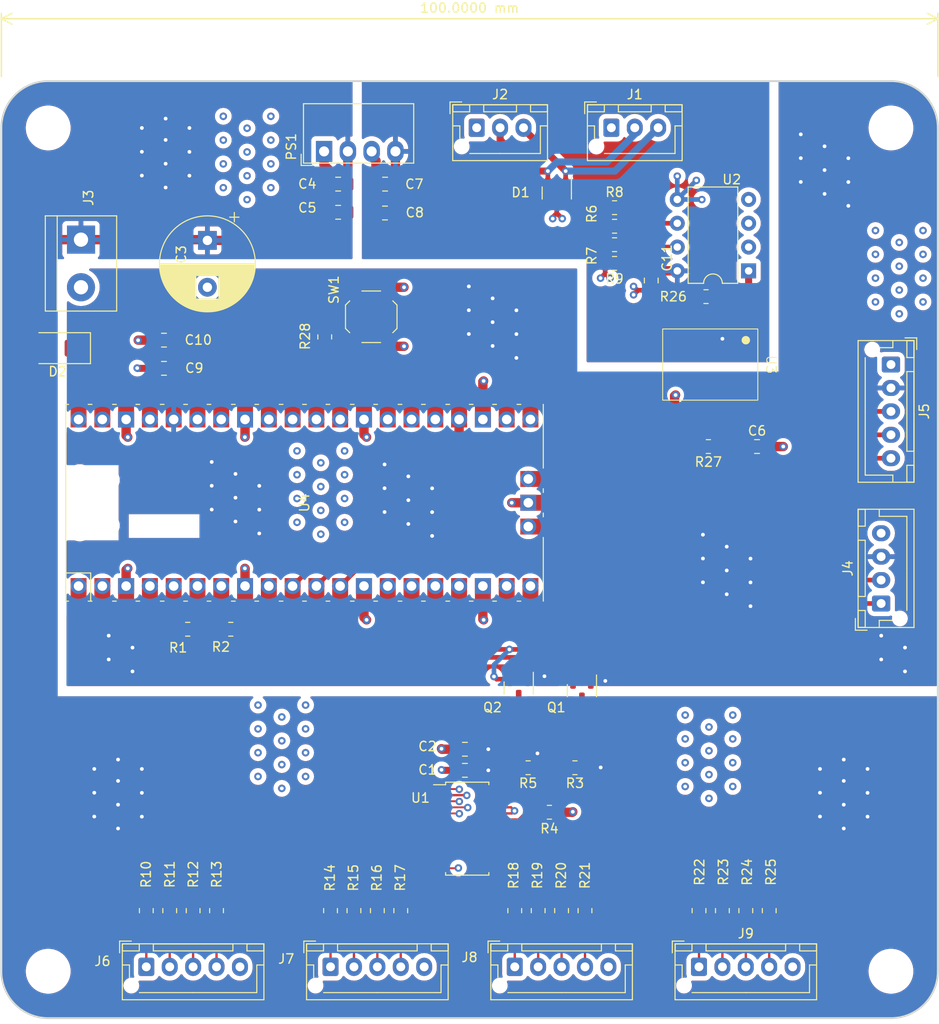
<source format=kicad_pcb>
(kicad_pcb (version 20221018) (generator pcbnew)
  (layers (0 "F.Cu" mixed) (1 "In1.Cu" power) (2 "In2.Cu" power) (31 "B.Cu" mixed) (34 "B.Paste" user) (35 "F.Paste" user) (36 "B.SilkS" user "B.Silkscreen") (37 "F.SilkS" user "F.Silkscreen") (38 "B.Mask" user) (39 "F.Mask" user) (44 "Edge.Cuts" user))
  (net 0 "")
  (net 1 "+3.3V")
  (net 2 "GND")
  (net 3 "+5V")
  (net 4 "+5VA")
  (net 5 "GNDA")
  (net 6 "DMX_negative{slash}cold")
  (net 7 "DMX_positive{slash}hot")
  (net 8 "I2C0_SDA")
  (net 9 "I2C0_SCL")
  (net 10 "Encoder SW")
  (net 11 "Encoder DT")
  (net 12 "Encoder CLK")
  (net 13 "OUT0")
  (net 14 "OUT1")
  (net 15 "OUT2")
  (net 16 "OUT3")
  (net 17 "OUT4")
  (net 18 "OUT5")
  (net 19 "OUT6")
  (net 20 "OUT7")
  (net 21 "OUT8")
  (net 22 "OUT9")
  (net 23 "OUT10")
  (net 24 "OUT11")
  (net 25 "OUT12")
  (net 26 "OUT13")
  (net 27 "OUT14")
  (net 28 "OUT15")
  (net 29 "Net-(Q1-D)")
  (net 30 "Net-(Q2-D)")
  (net 31 "Net-(U1-~{OE})")
  (net 32 "Net-(U2-A)")
  (net 33 "Net-(U2-B)")
  (net 34 "Net-(U1-LED0)")
  (net 35 "Net-(U1-LED1)")
  (net 36 "Net-(U1-LED2)")
  (net 37 "Net-(U1-LED3)")
  (net 38 "Net-(U1-LED4)")
  (net 39 "Net-(U1-LED5)")
  (net 40 "Net-(U1-LED6)")
  (net 41 "Net-(U1-LED7)")
  (net 42 "Net-(U1-LED8)")
  (net 43 "Net-(U1-LED9)")
  (net 44 "Net-(U1-LED10)")
  (net 45 "Net-(U1-LED11)")
  (net 46 "Net-(U1-LED12)")
  (net 47 "Net-(U1-LED13)")
  (net 48 "Net-(U1-LED14)")
  (net 49 "Net-(U1-LED15)")
  (net 50 "Net-(U3-C)")
  (net 51 "Net-(U2-R)")
  (net 52 "DMX_signal")
  (net 53 "RESET")
  (net 82 "Net-(D2-K)")
  (footprint "Connector_JST:JST_XH_B4B-XH-AM_1x04_P2.50mm_Vertical" (layer "F.Cu") (at 193.95 115.75 90)
    (fp_text reference "J4")
    (fp_text value "Display")
  )
  (footprint "Capacitor_SMD:C_0805_2012Metric_Pad1.18x1.45mm_HandSolder" (layer "F.Cu") (at 117.3625 90.655 180)
    (fp_text reference "C9")
    (fp_text value "100nF")
  )
  (footprint "Resistor_SMD:R_0805_2012Metric_Pad1.20x1.40mm_HandSolder" (layer "F.Cu") (at 140.15 148.53125 -90)
    (fp_text reference "R16")
    (fp_text value "220Ω" hide)
  )
  (footprint "Connector_JST:JST_XH_B5B-XH-AM_1x05_P2.50mm_Vertical" (layer "F.Cu") (at 195 90.25 -90)
    (fp_text reference "J5")
    (fp_text value "Rotary encoder")
  )
  (footprint "Connector_JST:JST_XH_B5B-XH-AM_1x05_P2.50mm_Vertical" (layer "F.Cu") (at 174.5 154.53125)
    (fp_text reference "J9")
    (fp_text value "Output block 4")
  )
  (footprint "Resistor_SMD:R_0805_2012Metric_Pad1.20x1.40mm_HandSolder" (layer "F.Cu") (at 158.525 138.03125)
    (fp_text reference "R4")
    (fp_text value "10kΩ")
  )
  (footprint "Resistor_SMD:R_0805_2012Metric_Pad1.20x1.40mm_HandSolder" (layer "F.Cu") (at 117.975 148.53125 -90)
    (fp_text reference "R11")
    (fp_text value "220Ω" hide)
  )
  (footprint "Resistor_SMD:R_0805_2012Metric_Pad1.20x1.40mm_HandSolder" (layer "F.Cu") (at 157.325 148.53125 -90)
    (fp_text reference "R19")
    (fp_text value "220Ω" hide)
  )
  (footprint "MountingHole:MountingHole_4.3mm_M4_ISO7380" (layer "F.Cu") (at 105 65)
    (fp_text reference "H1" hide)
    (fp_text value "MountingHole")
  )
  (footprint "Resistor_SMD:R_0805_2012Metric_Pad1.20x1.40mm_HandSolder" (layer "F.Cu") (at 182 148.53125 -90)
    (fp_text reference "R25")
    (fp_text value "220Ω")
  )
  (footprint "Resistor_SMD:R_0805_2012Metric_Pad1.20x1.40mm_HandSolder" (layer "F.Cu") (at 177 148.53125 -90)
    (fp_text reference "R23")
    (fp_text value "220Ω" hide)
  )
  (footprint "Capacitor_SMD:C_0805_2012Metric_Pad1.18x1.45mm_HandSolder" (layer "F.Cu") (at 169.399416 81.28 -90)
    (fp_text reference "C11")
    (fp_text value "100nF")
  )
  (footprint "Capacitor_SMD:C_0805_2012Metric_Pad1.18x1.45mm_HandSolder" (layer "F.Cu") (at 135.963227 74 180)
    (fp_text reference "C5")
    (fp_text value "1μF")
  )
  (footprint "Resistor_SMD:R_0805_2012Metric_Pad1.20x1.40mm_HandSolder" (layer "F.Cu") (at 159.825 148.53125 -90)
    (fp_text reference "R20")
    (fp_text value "220Ω" hide)
  )
  (footprint "Resistor_SMD:R_0805_2012Metric_Pad1.20x1.40mm_HandSolder" (layer "F.Cu") (at 119.9 118.5)
    (fp_text reference "R1")
    (fp_text value "10kΩ" hide)
  )
  (footprint "Resistor_SMD:R_0805_2012Metric_Pad1.20x1.40mm_HandSolder" (layer "F.Cu") (at 174.5 148.53125 -90)
    (fp_text reference "R22")
    (fp_text value "220Ω" hide)
  )
  (footprint "Resistor_SMD:R_0805_2012Metric_Pad1.20x1.40mm_HandSolder" (layer "F.Cu") (at 165.481 75.4888)
    (fp_text reference "R6")
    (fp_text value "0Ω")
  )
  (footprint "Resistor_SMD:R_0805_2012Metric_Pad1.20x1.40mm_HandSolder" (layer "F.Cu") (at 165.481 73.5076)
    (fp_text reference "R8")
    (fp_text value "680Ω")
  )
  (footprint "Package_TO_SOT_SMD:SOT-23" (layer "F.Cu") (at 159.31 71.9375 -90)
    (fp_text reference "D1")
    (fp_text value "SM712_SOT23" hide)
  )
  (footprint "Capacitor_SMD:C_0805_2012Metric_Pad1.18x1.45mm_HandSolder" (layer "F.Cu") (at 180.7 99)
    (fp_text reference "C6")
    (fp_text value "100nF")
  )
  (footprint "Resistor_SMD:R_0805_2012Metric_Pad1.20x1.40mm_HandSolder" (layer "F.Cu") (at 162.325 148.53125 -90)
    (fp_text reference "R21")
    (fp_text value "220Ω")
  )
  (footprint "Resistor_SMD:R_0805_2012Metric_Pad1.20x1.40mm_HandSolder" (layer "F.Cu") (at 156.25 133.28125 180)
    (fp_text reference "R5")
    (fp_text value "10kΩ")
  )
  (footprint "Resistor_SMD:R_0805_2012Metric_Pad1.20x1.40mm_HandSolder" (layer "F.Cu") (at 165.481 77.456014)
    (fp_text reference "R7")
    (fp_text value "0Ω")
  )
  (footprint "Resistor_SMD:R_0805_2012Metric_Pad1.20x1.40mm_HandSolder" (layer "F.Cu") (at 142.65 148.53125 -90)
    (fp_text reference "R17")
    (fp_text value "220Ω" hide)
  )
  (footprint "Resistor_SMD:R_0805_2012Metric_Pad1.20x1.40mm_HandSolder" (layer "F.Cu") (at 134.53 87.3 -90)
    (fp_text reference "R28")
    (fp_text value "10kΩ")
  )
  (footprint "Capacitor_THT:CP_Radial_D10.0mm_P5.00mm" (layer "F.Cu") (at 122 77 -90)
    (fp_text reference "C3")
    (fp_text value "1000μF")
  )
  (footprint "Capacitor_SMD:C_0805_2012Metric_Pad1.18x1.45mm_HandSolder" (layer "F.Cu") (at 149.5 133.55625 180)
    (fp_text reference "C1")
    (fp_text value "100nF")
  )
  (footprint "TerminalBlock:TerminalBlock_bornier-2_P5.08mm" (layer "F.Cu") (at 108.5 76.92 -90)
    (fp_text reference "J3")
    (fp_text value "Power connector")
  )
  (footprint "Resistor_SMD:R_0805_2012Metric_Pad1.20x1.40mm_HandSolder" (layer "F.Cu") (at 175.5 99 180)
    (fp_text reference "R27")
    (fp_text value "330Ω")
  )
  (footprint "Connector_JST:JST_XH_B5B-XH-AM_1x05_P2.50mm_Vertical" (layer "F.Cu") (at 135.15 154.53125)
    (fp_text reference "J7")
    (fp_text value "Output block 2")
  )
  (footprint "Capacitor_SMD:C_0805_2012Metric_Pad1.18x1.45mm_HandSolder" (layer "F.Cu") (at 149.5 131.30625 180)
    (fp_text reference "C2")
    (fp_text value "1μF")
  )
  (footprint "Connector_JST:JST_XH_B5B-XH-AM_1x05_P2.50mm_Vertical" (layer "F.Cu") (at 154.825 154.53125)
    (fp_text reference "J8")
    (fp_text value "Output block 3")
  )
  (footprint "Connector_JST:JST_XH_B3B-XH-AM_1x03_P2.50mm_Vertical" (layer "F.Cu") (at 150.76 64.975)
    (fp_text reference "J2")
    (fp_text value "To_XLR3")
  )
  (footprint "Resistor_SMD:R_0805_2012Metric_Pad1.20x1.40mm_HandSolder" (layer "F.Cu") (at 154.825 148.53125 -90)
    (fp_text reference "R18")
    (fp_text value "220Ω" hide)
  )
  (footprint "Resistor_SMD:R_0805_2012Metric_Pad1.20x1.40mm_HandSolder" (layer "F.Cu") (at 124.5 118.5 180)
    (fp_text reference "R2")
    (fp_text value "10kΩ" hide)
  )
  (footprint "Connector_JST:JST_XH_B5B-XH-AM_1x05_P2.50mm_Vertical" (layer "F.Cu") (at 115.475 154.53125)
    (fp_text reference "J6")
    (fp_text value "Output block 1")
  )
  (footprint "Capacitor_SMD:C_0805_2012Metric_Pad1.18x1.45mm_HandSolder" (layer "F.Cu") (at 140.978298 70.993615 180)
    (fp_text reference "C7")
    (fp_text value "1μF")
  )
  (footprint "Package_TO_SOT_SMD:SOT-23" (layer "F.Cu") (at 155.2448 124.7648 -90)
    (fp_text reference "Q2")
    (fp_text value "BSS138" hide)
  )
  (footprint "RPi_Pico:RPi_Pico_SMD_TH" (layer "F.Cu") (at 132.37 105 90)
    (fp_text reference "U4")
    (fp_text value "Pico")
  )
  (footprint "Resistor_SMD:R_0805_2012Metric_Pad1.20x1.40mm_HandSolder" (layer "F.Cu") (at 161.25 133.28125 180)
    (fp_text reference "R3")
    (fp_text value "10kΩ")
  )
  (footprint "Resistor_SMD:R_0805_2012Metric_Pad1.20x1.40mm_HandSolder" (layer "F.Cu") (at 137.65 148.53125 -90)
    (fp_text reference "R15")
    (fp_text value "220Ω" hide)
  )
  (footprint "MountingHole:MountingHole_4.3mm_M4_ISO7380" (layer "F.Cu") (at 195 155)
    (fp_text reference "H4" hide)
    (fp_text value "MountingHole")
  )
  (footprint "Package_SO:TSSOP-28_4.4x9.7mm_P0.65mm" (layer "F.Cu") (at 149.75 139.78125)
    (fp_text reference "U1")
    (fp_text value "PCA9685PW")
  )
  (footprint "Resistor_SMD:R_0805_2012Metric_Pad1.20x1.40mm_HandSolder" (layer "F.Cu") (at 135.15 148.53125 -90)
    (fp_text reference "R14")
    (fp_text value "220Ω")
  )
  (footprint "Capacitor_SMD:C_0805_2012Metric_Pad1.18x1.45mm_HandSolder" (layer "F.Cu") (at 140.9625 74.074242 180)
    (fp_text reference "C8")
    (fp_text value "100nF")
  )
  (footprint "Button_Switch_SMD:SW_SPST_TL3342" (layer "F.Cu") (at 139.5 85.15 90)
    (fp_text reference "SW1")
    (fp_text value "Reset")
  )
  (footprint "Diode_SMD:D_SMA" (layer "F.Cu") (at 106 88.5 180)
    (fp_text reference "D2")
    (fp_text value "C211752 M7")
  )
  (footprint "Resistor_SMD:R_0805_2012Metric_Pad1.20x1.40mm_HandSolder" (layer "F.Cu") (at 120.475 148.53125 -90)
    (fp_text reference "R12")
    (fp_text value "220Ω" hide)
  )
  (footprint "Capacitor_SMD:C_0805_2012Metric_Pad1.18x1.45mm_HandSolder" (layer "F.Cu") (at 117.3625 87.645 180)
    (fp_text reference "C10")
    (fp_text value "1μF")
  )
  (footprint "Connector_JST:JST_XH_B3B-XH-AM_1x03_P2.50mm_Vertical" (layer "F.Cu") (at 165.14 64.975)
    (fp_text reference "J1")
    (fp_text value "To_XLR3")
  )
  (footprint "Resistor_SMD:R_0805_2012Metric_Pad1.20x1.40mm_HandSolder" (layer "F.Cu") (at 115.475 148.53125 -90)
    (fp_text reference "R10")
    (fp_text value "220Ω")
  )
  (footprint "Capacitor_SMD:C_0805_2012Metric_Pad1.18x1.45mm_HandSolder" (layer "F.Cu") (at 135.963227 70.993615 180)
    (fp_text reference "C4")
    (fp_text value "100nF")
  )
  (footprint "Package_DIP:DIP-8_W7.62mm" (layer "F.Cu") (at 179.8 80.25 180)
    (fp_text reference "U2")
    (fp_text value "SN65HVD11HD")
  )
  (footprint "Resistor_SMD:R_0805_2012Metric_Pad1.20x1.40mm_HandSolder" (layer "F.Cu") (at 165.481 79.4512 180)
    (fp_text reference "R9")
    (fp_text value "680Ω")
  )
  (footprint "Converter_DCDC:Converter_DCDC_Murata_MEE1SxxxxSC_THT" (layer "F.Cu") (at 134.460727 67.5 90)
    (fp_text reference "PS1")
    (fp_text value "MEE1S0505SC")
  )
  (footprint "Resistor_SMD:R_0805_2012Metric_Pad1.20x1.40mm_HandSolder" (layer "F.Cu") (at 179.5 148.53125 -90)
    (fp_text reference "R24")
    (fp_text value "220Ω" hide)
  )
  (footprint "MountingHole:MountingHole_4.3mm_M4_ISO7380" (layer "F.Cu") (at 105 155)
    (fp_text reference "H3" hide)
    (fp_text value "MountingHole")
  )
  (footprint "DMX_servo_controller_hardware:6N137-X007T" (layer "F.Cu") (at 175.7 90.25 -90)
    (fp_text reference "U3")
    (fp_text value "6N137")
  )
  (footprint "MountingHole:MountingHole_4.3mm_M4_ISO7380" (layer "F.Cu") (at 195 65)
    (fp_text reference "H2" hide)
    (fp_text value "MountingHole")
  )
  (footprint "Resistor_SMD:R_0805_2012Metric_Pad1.20x1.40mm_HandSolder" (layer "F.Cu") (at 175.25 83)
    (fp_text reference "R26")
    (fp_text value "470Ω")
  )
  (footprint "Resistor_SMD:R_0805_2012Metric_Pad1.20x1.40mm_HandSolder" (layer "F.Cu") (at 122.975 148.53125 -90)
    (fp_text reference "R13")
    (fp_text value "220Ω" hide)
  )
  (footprint "Package_TO_SOT_SMD:SOT-23" (layer "F.Cu") (at 161.9948 125.0523 -90)
    (fp_text reference "Q1")
    (fp_text value "BSS138" hide)
  )
  (gr_arc (start 200 155) (mid 198.535534 158.535533) (end 195 160) (stroke (width 0.2)) (layer "Edge.Cuts"))
  (gr_line (start 105 60) (end 195 60) (stroke (width 0.2)) (layer "Edge.Cuts"))
  (gr_line (start 200 65) (end 200 155) (stroke (width 0.2)) (layer "Edge.Cuts"))
  (gr_arc (start 105 160) (mid 101.464467 158.535534) (end 100 155) (stroke (width 0.2)) (layer "Edge.Cuts"))
  (gr_arc (start 100 65) (mid 101.464466 61.464467) (end 105 60) (stroke (width 0.2)) (layer "Edge.Cuts"))
  (gr_arc (start 195 60) (mid 198.535533 61.464466) (end 200 65) (stroke (width 0.2)) (layer "Edge.Cuts"))
  (gr_line (start 100 65) (end 100 155) (stroke (width 0.2)) (layer "Edge.Cuts"))
  (gr_line (start 105 160) (end 195 160) (stroke (width 0.2)) (layer "Edge.Cuts"))
  (dimension (type aligned) (layer "F.SilkS") (pts (xy 100 60) (xy 200 60)) (height -6.66) (gr_text "100.0000 mm" (at 150 52.19) (layer "F.SilkS") (effects (font (size 1 1) (thickness 0.15)))) (format (prefix "") (suffix "") (units 2) (units_format 1) (precision 4)) (style (thickness 0.15) (arrow_length 1.27) (text_position_mode 0) (extension_height 0.58642) (extension_offset 0.5) keep_text_aligned))
  (segment (start 157.9948 123.5148) (end 157.6592 123.8504) (width 0.5) (layer "F.Cu") (net 1))
  (segment (start 179.6625 95.1675) (end 179.51 95.015) (width 1) (layer "F.Cu") (net 1))
  (segment (start 179.6625 99) (end 179.6625 95.1675) (width 1) (layer "F.Cu") (net 1))
  (segment (start 118.4 96.11) (end 118.4 90.655) (width 1) (layer "F.Cu") (net 1))
  (segment (start 156.2179 123.8504) (end 156.1948 123.8273) (width 0.5) (layer "F.Cu") (net 1))
  (segment (start 157.6592 123.8504) (end 156.2179 123.8504) (width 0.5) (layer "F.Cu") (net 1))
  (segment (start 164.3948 124.1148) (end 164.4948 124.0148) (width 0.75) (layer "F.Cu") (net 1))
  (segment (start 118.4 90.655) (end 118.4 87.645) (width 1) (layer "F.Cu") (net 1))
  (segment (start 162.9448 124.1148) (end 164.3948 124.1148) (width 0.75) (layer "F.Cu") (net 1))
  (via (at 155 84.46) (size 0.8) (drill 0.4) (layers "F.Cu" "B.Cu") (net 1))
  (via (at 187.9092 72.0344) (size 0.8) (drill 0.4) (layers "F.Cu" "B.Cu") (net 1))
  (via (at 174.92 108.41) (size 0.8) (drill 0.4) (layers "F.Cu" "B.Cu") (net 1))
  (via (at 187.9092 69.4944) (size 0.8) (drill 0.4) (layers "F.Cu" "B.Cu") (net 1))
  (via (at 111.46 121.725) (size 0.8) (drill 0.4) (layers "F.Cu" "B.Cu") (net 1))
  (via (at 149.92 84.45) (size 0.8) (drill 0.4) (layers "F.Cu" "B.Cu") (net 1))
  (via (at 196.5 120.46) (size 0.8) (drill 0.4) (layers "F.Cu" "B.Cu") (net 1))
  (via (at 146 106) (size 0.8) (drill 0.4) (layers "F.Cu" "B.Cu") (net 1))
  (via (at 180 110.96) (size 0.8) (drill 0.4) (layers "F.Cu" "B.Cu") (net 1))
  (via (at 152.46 88.265) (size 0.8) (drill 0.4) (layers "F.Cu" "B.Cu") (net 1))
  (via (at 127.54 108.275) (size 0.8) (drill 0.4) (layers "F.Cu" "B.Cu") (net 1))
  (via (at 149.92 86.99) (size 0.8) (drill 0.4) (layers "F.Cu" "B.Cu") (net 1))
  (via (at 174.92 110.95) (size 0.8) (drill 0.4) (layers "F.Cu" "B.Cu") (net 1))
  (via (at 180 116.04) (size 0.8) (drill 0.4) (layers "F.Cu" "B.Cu") (net 1))
  (via (at 127.54 105.735) (size 0.8) (drill 0.4) (layers "F.Cu" "B.Cu") (net 1))
  (via (at 190.4492 70.7694) (size 0.8) (drill 0.4) (layers "F.Cu" "B.Cu") (net 1))
  (via (at 185.3692 70.7594) (size 0.8) (drill 0.4) (layers "F.Cu" "B.Cu") (net 1))
  (via (at 125 101.92) (size 0.8) (drill 0.4) (layers "F.Cu" "B.Cu") (net 1))
  (via (at 193.96 121.725) (size 0.8) (drill 0.4) (layers "F.Cu" "B.Cu") (net 1))
  (via (at 152.46 85.725) (size 0.8) (drill 0.4) (layers "F.Cu" "B.Cu") (net 1))
  (via (at 146 108.54) (size 0.8) (drill 0.4) (layers "F.Cu" "B.Cu") (net 1))
  (via (at 143.46 104.725) (size 0.8) (drill 0.4) (layers "F.Cu" "B.Cu") (net 1))
  (via (at 146 103.46) (size 0.8) (drill 0.4) (layers "F.Cu" "B.Cu") (net 1))
  (via (at 185.3692 68.2194) (size 0.8) (drill 0.4) (layers "F.Cu" "B.Cu") (net 1))
  (via (at 125 107) (size 0.8) (drill 0.4) (layers "F.Cu" "B.Cu") (net 1))
  (via (at 111.46 119.185) (size 0.8) (drill 0.4) (layers "F.Cu" "B.Cu") (net 1))
  (via (at 114 123) (size 0.8) (drill 0.4) (layers "F.Cu" "B.Cu") (net 1))
  (via (at 174.92 113.49) (size 0.8) (drill 0.4) (layers "F.Cu" "B.Cu") (net 1))
  (via (at 122.46 103.185) (size 0.8) (drill 0.4) (layers "F.Cu" "B.Cu") (net 1))
  (via (at 114 120.46) (size 0.8) (drill 0.4) (layers "F.Cu" "B.Cu") (net 1))
  (via (at 180 113.5) (size 0.8) (drill 0.4) (layers "F.Cu" "B.Cu") (net 1))
  (via (at 155 87) (size 0.8) (drill 0.4) (layers "F.Cu" "B.Cu") (net 1))
  (via (at 125 104.46) (size 0.8) (drill 0.4) (layers "F.Cu" "B.Cu") (net 1))
  (via (at 149.92 81.91) (size 0.8) (drill 0.4) (layers "F.Cu" "B.Cu") (net 1))
  (via (at 140.92 103.45) (size 0.8) (drill 0.4) (layers "F.Cu" "B.Cu") (net 1))
  (via (at 157.9948 123.5148) (size 0.8) (drill 0.4) (layers "F.Cu" "B.Cu") (net 1))
  (via (at 140.92 105.99) (size 0.8) (drill 0.4) (layers "F.Cu" "B.Cu") (net 1))
  (via (at 190.4492 68.2294) (size 0.8) (drill 0.4) (layers "F.Cu" "B.Cu") (net 1))
  (via (at 196.5 123) (size 0.8) (drill 0.4) (layers "F.Cu" "B.Cu") (net 1))
  (via (at 155 89.54) (size 0.8) (drill 0.4) (layers "F.Cu" "B.Cu") (net 1))
  (via (at 177.46 109.685) (size 0.8) (drill 0.4) (layers "F.Cu" "B.Cu") (net 1))
  (via (at 164.4948 124.0148) (size 0.8) (drill 0.4) (layers "F.Cu" "B.Cu") (net 1))
  (via (at 143.46 102.185) (size 0.8) (drill 0.4) (layers "F.Cu" "B.Cu") (net 1))
  (via (at 122.46 105.725) (size 0.8) (drill 0.4) (layers "F.Cu" "B.Cu") (net 1))
  (via (at 140.92 100.91) (size 0.8) (drill 0.4) (layers "F.Cu" "B.Cu") (net 1))
  (via (at 190.4492 73.3094) (size 0.8) (drill 0.4) (layers "F.Cu" "B.Cu") (net 1))
  (via (at 177.46 112.225) (size 0.8) (drill 0.4) (layers "F.Cu" "B.Cu") (net 1))
  (via (at 152.46 83.185) (size 0.8) (drill 0.4) (layers "F.Cu" "B.Cu") (net 1))
  (via (at 193.96 119.185) (size 0.8) (drill 0.4) (layers "F.Cu" "B.Cu") (net 1))
  (via (at 143.46 107.265) (size 0.8) (drill 0.4) (layers "F.Cu" "B.Cu") (net 1))
  (via (at 177.46 114.765) (size 0.8) (drill 0.4) (layers "F.Cu" "B.Cu") (net 1))
  (via (at 122.46 100.645) (size 0.8) (drill 0.4) (layers "F.Cu" "B.Cu") (net 1))
  (via (at 127.54 103.195) (size 0.8) (drill 0.4) (layers "F.Cu" "B.Cu") (net 1))
  (via (at 185.3692 65.6794) (size 0.8) (drill 0.4) (layers "F.Cu" "B.Cu") (net 1))
  (via (at 187.9092 66.9544) (size 0.8) (drill 0.4) (layers "F.Cu" "B.Cu") (net 1))
  (segment (start 146.8875 137.50625) (end 149.775 137.50625) (width 0.2) (layer "F.Cu") (net 2))
  (segment (start 134.460727 67.5) (end 134.460727 68.96) (width 1) (layer "F.Cu") (net 2))
  (segment (start 138.72 117.22) (end 139 117.5) (width 1) (layer "F.Cu") (net 2))
  (segment (start 148.875 136.85625) (end 146.8875 136.85625) (width 0.2) (layer "F.Cu") (net 2))
  (segment (start 148.9 136.88125) (end 148.875 136.85625) (width 0.2) (layer "F.Cu") (net 2))
  (segment (start 148.9 138.18125) (end 148.875 138.15625) (width 0.2) (layer "F.Cu") (net 2))
  (segment (start 114.53 90.655) (end 114.5 90.625) (width 0.75) (layer "F.Cu") (net 2))
  (segment (start 113.32 97.82) (end 113.5 98) (width 1) (layer "F.Cu") (net 2))
  (segment (start 126.02 96.11) (end 126.02 97.98) (width 1) (layer "F.Cu") (net 2))
  (segment (start 113.32 96.11) (end 113.32 97.82) (width 1) (layer "F.Cu") (net 2))
  (segment (start 151.42 113.89) (end 151.42 117.42) (width 1) (layer "F.Cu") (net 2))
  (segment (start 116.325 90.655) (end 114.53 90.655) (width 0.75) (layer "F.Cu") (net 2))
  (segment (start 151.42 96.11) (end 151.42 92.08) (width 1) (layer "F.Cu") (net 2))
  (segment (start 147.05625 133.55625) (end 148.4625 133.55625) (width 0.75) (layer "F.Cu") (net 2))
  (segment (start 154.425 137.50625) (end 152.6125 137.50625) (width 0.25) (layer "F.Cu") (net 2))
  (segment (start 146.8875 144.00625) (end 148.775 144.00625) (width 0.2) (layer "F.Cu") (net 2))
  (segment (start 154.525 138.15625) (end 152.6125 138.15625) (width 0.25) (layer "F.Cu") (net 2))
  (segment (start 183.5 99) (end 181.7375 99) (width 1) (layer "F.Cu") (net 2))
  (segment (start 134.925727 69.425) (end 134.925727 71) (width 1) (layer "F.Cu") (net 2))
  (segment (start 148.875 138.15625) (end 146.8875 138.15625) (width 0.2) (layer "F.Cu") (net 2))
  (segment (start 148.9 135.58125) (end 148.875 135.55625) (width 0.2) (layer "F.Cu") (net 2))
  (segment (start 147.05625 131.30625) (end 148.4625 131.30625) (width 1) (layer "F.Cu") (net 2))
  (segment (start 147 133.5) (end 147.05625 133.55625) (width 0.75) (layer "F.Cu") (net 2))
  (segment (start 116.325 87.645) (end 114.61 87.645) (width 1) (layer "F.Cu") (net 2))
  (segment (start 134.460727 68.96) (end 134.925727 69.425) (width 1) (layer "F.Cu") (net 2))
  (segment (start 151.42 117.42) (end 151.5 117.5) (width 1) (layer "F.Cu") (net 2))
  (segment (start 113.32 112.18) (end 113.5 112) (width 1) (layer "F.Cu") (net 2))
  (segment (start 134.925727 74) (end 134.925727 71) (width 1) (layer "F.Cu") (net 2))
  (segment (start 159.525 138.03125) (end 160.975 138.03125) (width 1) (layer "F.Cu") (net 2))
  (segment (start 141.4 88.3) (end 143 88.3) (width 1) (layer "F.Cu") (net 2))
  (segment (start 154.8 137.88125) (end 154.525 138.15625) (width 0.25) (layer "F.Cu") (net 2))
  (segment (start 160.975 138.03125) (end 161.025 137.98125) (width 1) (layer "F.Cu") (net 2))
  (segment (start 126.02 113.89) (end 126.02 112.02) (width 1) (layer "F.Cu") (net 2))
  (segment (start 148.875 135.55625) (end 146.8875 135.55625) (width 0.2) (layer "F.Cu") (net 2))
  (segment (start 149.675 136.20625) (end 149.7 136.23125) (width 0.25) (layer "F.Cu") (net 2))
  (segment (start 154.8 137.88125) (end 154.425 137.50625) (width 0.25) (layer "F.Cu") (net 2))
  (segment (start 151.42 92.08) (end 151.5 92) (width 1) (layer "F.Cu") (net 2))
  (segment (start 141.4 82) (end 143 82) (width 1) (layer "F.Cu") (net 2))
  (segment (start 146.8875 136.20625) (end 149.675 136.20625) (width 0.25) (layer "F.Cu") (net 2))
  (segment (start 149.775 137.50625) (end 149.8 137.53125) (width 0.2) (layer "F.Cu") (net 2))
  (segment (start 156.27 105) (end 154.5 105) (width 1) (layer "F.Cu") (net 2))
  (segment (start 126.02 112.02) (end 126 112) (width 1) (layer "F.Cu") (net 2))
  (segment (start 147 131.25) (end 147.05625 131.30625) (width 1) (layer "F.Cu") (net 2))
  (segment (start 138.72 113.89) (end 138.72 117.22) (width 1) (layer "F.Cu") (net 2))
  (segment (start 171.89 93.61) (end 172 93.5) (width 1) (layer "F.Cu") (net 2))
  (segment (start 113.32 113.89) (end 113.32 112.18) (width 1) (layer "F.Cu") (net 2))
  (segment (start 171.89 95.015) (end 171.89 93.61) (width 1) (layer "F.Cu") (net 2))
  (segment (start 126.02 97.98) (end 126 98) (width 1) (layer "F.Cu") (net 2))
  (segment (start 138.72 97.72) (end 139 98) (width 1) (layer "F.Cu") (net 2))
  (segment (start 138.72 96.11) (end 138.72 97.72) (width 1) (layer "F.Cu") (net 2))
  (segment (start 148.775 144.00625) (end 148.8 143.98125) (width 0.2) (layer "F.Cu") (net 2))
  (via (at 148.9 135.58125) (size 0.8) (drill 0.4) (layers "F.Cu" "B.Cu") (net 2))
  (via (at 134.112 108.3564) (size 0.8) (drill 0.4) (layers "F.Cu" "B.Cu") (net 2))
  (via (at 134.112 100.7364) (size 0.8) (drill 0.4) (layers "F.Cu" "B.Cu") (net 2))
  (via (at 136.652 102.0064) (size 0.8) (drill 0.4) (layers "F.Cu" "B.Cu") (net 2))
  (via (at 127.4064 134.2136) (size 0.8) (drill 0.4) (layers "F.Cu" "B.Cu") (net 2))
  (via (at 126.238 67.564) (size 0.8) (drill 0.4) (layers "F.Cu" "B.Cu") (net 2))
  (via (at 198.4248 83.566) (size 0.8) (drill 0.4) (layers "F.Cu" "B.Cu") (net 2))
  (via (at 193.3448 83.566) (size 0.8) (drill 0.4) (layers "F.Cu" "B.Cu") (net 2))
  (via (at 131.572 107.0864) (size 0.8) (drill 0.4) (layers "F.Cu" "B.Cu") (net 2))
  (via (at 183.5 99) (size 0.8) (drill 0.4) (layers "F.Cu" "B.Cu") (net 2))
  (via (at 127.4064 126.5936) (size 0.8) (drill 0.4) (layers "F.Cu" "B.Cu") (net 2))
  (via (at 173.0248 130.2004) (size 0.8) (drill 0.4) (layers "F.Cu" "B.Cu") (net 2))
  (via (at 113.5 112) (size 0.8) (drill 0.4) (layers "F.Cu" "B.Cu") (net 2))
  (via (at 173.0248 132.7404) (size 0.8) (drill 0.4) (layers "F.Cu" "B.Cu") (net 2))
  (via (at 131.572 99.4664) (size 0.8) (drill 0.4) (layers "F.Cu" "B.Cu") (net 2))
  (via (at 195.8848 82.296) (size 0.8) (drill 0.4) (layers "F.Cu" "B.Cu") (net 2))
  (via (at 147 131.25) (size 0.8) (drill 0.4) (layers "F.Cu" "B.Cu") (net 2))
  (via (at 148.9 138.18125) (size 0.8) (drill 0.4) (layers "F.Cu" "B.Cu") (net 2))
  (via (at 128.778 68.834) (size 0.8) (drill 0.4) (layers "F.Cu" "B.Cu") (net 2))
  (via (at 147 133.5) (size 0.8) (drill 0.4) (layers "F.Cu" "B.Cu") (net 2))
  (via (at 193.3448 78.486) (size 0.8) (drill 0.4) (layers "F.Cu" "B.Cu") (net 2))
  (via (at 128.778 71.374) (size 0.8) (drill 0.4) (layers "F.Cu" "B.Cu") (net 2))
  (via (at 126 98) (size 0.8) (drill 0.4) (layers "F.Cu" "B.Cu") (net 2))
  (via (at 126 112) (size 0.8) (drill 0.4) (layers "F.Cu" "B.Cu") (net 2))
  (via (at 143 88.3) (size 0.8) (drill 0.4) (layers "F.Cu" "B.Cu") (net 2))
  (via (at 148.8 143.98125) (size 0.8) (drill 0.4) (layers "F.Cu" "B.Cu") (net 2))
  (via (at 151.5 92) (size 0.8) (drill 0.4) (layers "F.Cu" "B.Cu") (net 2))
  (via (at 175.5648 128.9304) (size 0.8) (drill 0.4) (layers "F.Cu" "B.Cu") (net 2))
  (via (at 175.5648 134.0104) (size 0.8) (drill 0.4) (layers "F.Cu" "B.Cu") (net 2))
  (via (at 123.698 63.754) (size 0.8) (drill 0.4) (layers "F.Cu" "B.Cu") (net 2))
  (via (at 178.1048 132.7404) (size 0.8) (drill 0.4) (layers "F.Cu" "B.Cu") (net 2))
  (via (at 126.238 65.024) (size 0.8) (drill 0.4) (layers "F.Cu" "B.Cu") (net 2))
  (via (at 139 98) (size 0.8) (drill 0.4) (layers "F.Cu" "B.Cu") (net 2))
  (via (at 132.4864 129.1336) (size 0.8) (drill 0.4) (layers "F.Cu" "B.Cu") (net 2))
  (via (at 136.652 99.4664) (size 0.8) (drill 0.4) (layers "F.Cu" "B.Cu") (net 2))
  (via (at 129.9464 135.4836) (size 0.8) (drill 0.4) (layers "F.Cu" "B.Cu") (net 2))
  (via (at 128.778 63.754) (size 0.8) (drill 0.4) (layers "F.Cu" "B.Cu") (net 2))
  (via (at 129.9464 127.8636) (size 0.8) (drill 0.4) (layers "F.Cu" "B.Cu") (net 2))
  (via (at 129.9464 132.9436) (size 0.8) (drill 0.4) (layers "F.Cu" "B.Cu") (net 2))
  (via (at 149.7 136.23125) (size 0.8) (drill 0.4) (layers "F.Cu" "B.Cu") (net 2))
  (via (at 151.5 117.5) (size 0.8) (drill 0.4) (layers "F.Cu" "B.Cu") (net 2))
  (via (at 123.698 66.294) (size 0.8) (drill 0.4) (layers "F.Cu" "B.Cu") (net 2))
  (via (at 198.4248 78.486) (size 0.8) (drill 0.4) (layers "F.Cu" "B.Cu") (net 2))
  (via (at 198.4248 81.026) (size 0.8) (drill 0.4) (layers "F.Cu" "B.Cu") (net 2))
  (via (at 161.025 137.98125) (size 0.8) (drill 0.4) (layers "F.Cu" "B.Cu") (net 2))
  (via (at 136.652 104.5464) (size 0.8) (drill 0.4) (layers "F.Cu" "B.Cu") (net 2))
  (via (at 173.0248 135.2804) (size 0.8) (drill 0.4) (layers "F.Cu" "B.Cu") (net 2))
  (via (at 154.5 105) (size 0.8) (drill 0.4) (layers "F.Cu" "B.Cu") (net 2))
  (via (at 149.8 137.53125) (size 0.8) (drill 0.4) (layers "F.Cu" "B.Cu") (net 2))
  (via (at 178.1048 135.2804) (size 0.8) (drill 0.4) (layers "F.Cu" "B.Cu") (net 2))
  (via (at 154.8 137.88125) (size 0.8) (drill 0.4) (layers "F.Cu" "B.Cu") (net 2))
  (via (at 193.3448 75.946) (size 0.8) (drill 0.4) (layers "F.Cu" "B.Cu") (net 2))
  (via (at 123.698 71.374) (size 0.8) (drill 0.4) (layers "F.Cu" "B.Cu") (net 2))
  (via (at 127.4064 129.1336) (size 0.8) (drill 0.4) (layers "F.Cu" "B.Cu") (net 2))
  (via (at 134.112 105.8164) (size 0.8) (drill 0.4) (layers "F.Cu" "B.Cu") (net 2))
  (via (at 131.572 102.0064) (size 0.8) (drill 0.4) (layers "F.Cu" "B.Cu") (net 2))
  (via (at 195.8848 79.756) (size 0.8) (drill 0.4) (layers "F.Cu" "B.Cu") (net 2))
  (via (at 134.112 103.2764) (size 0.8) (drill 0.4) (layers "F.Cu" "B.Cu") (net 2))
  (via (at 132.4864 126.5936) (size 0.8) (drill 0.4) (layers "F.Cu" "B.Cu") (net 2))
  (via (at 127.4064 131.6736) (size 0.8) (drill 0.4) (layers "F.Cu" "B.Cu") (net 2))
  (via (at 114.6 87.655) (size 0.8) (drill 0.4) (layers "F.Cu" "B.Cu") (net 2))
  (via (at 123.698 68.834) (size 0.8) (drill 0.4) (layers "F.Cu" "B.Cu") (net 2))
  (via (at 129.9464 130.4036) (size 0.8) (drill 0.4) (layers "F.Cu" "B.Cu") (net 2))
  (via (at 148.9 136.88125) (size 0.8) (drill 0.4) (layers "F.Cu" "B.Cu") (net 2))
  (via (at 126.238 70.104) (size 0.8) (drill 0.4) (layers "F.Cu" "B.Cu") (net 2))
  (via (at 195.8848 77.216) (size 0.8) (drill 0.4) (layers "F.Cu" "B.Cu") (net 2))
  (via (at 173.0248 127.6604) (size 0.8) (drill 0.4) (layers "F.Cu" "B.Cu") (net 2))
  (via (at 132.4864 131.6736) (size 0.8) (drill 0.4) (layers "F.Cu" "B.Cu") (net 2))
  (via (at 175.5648 131.4704) (size 0.8) (drill 0.4) (layers "F.Cu" "B.Cu") (net 2))
  (via (at 172 93.5) (size 0.8) (drill 0.4) (layers "F.Cu" "B.Cu") (net 2))
  (via (at 136.652 107.0864) (size 0.8) (drill 0.4) (layers "F.Cu" "B.Cu") (net 2))
  (via (at 175.5648 136.5504) (size 0.8) (drill 0.4) (layers "F.Cu" "B.Cu") (net 2))
  (via (at 198.4248 75.946) (size 0.8) (drill 0.4) (layers "F.Cu" "B.Cu") (net 2))
  (via (at 178.1048 130.2004) (size 0.8) (drill 0.4) (layers "F.Cu" "B.Cu") (net 2))
  (via (at 178.1048 127.6604) (size 0.8) (drill 0.4) (layers "F.Cu" "B.Cu") (net 2))
  (via (at 128.778 66.294) (size 0.8) (drill 0.4) (layers "F.Cu" "B.Cu") (net 2))
  (via (at 113.5 98) (size 0.8) (drill 0.4) (layers "F.Cu" "B.Cu") (net 2))
  (via (at 139 117.5) (size 0.8) (drill 0.4) (layers "F.Cu" "B.Cu") (net 2))
  (via (at 193.3448 81.026) (size 0.8) (drill 0.4) (layers "F.Cu" "B.Cu") (net 2))
  (via (at 131.572 104.5464) (size 0.8) (drill 0.4) (layers "F.Cu" "B.Cu") (net 2))
  (via (at 114.5 90.625) (size 0.8) (drill 0.4) (layers "F.Cu" "B.Cu") (net 2))
  (via (at 195.8848 84.836) (size 0.8) (drill 0.4) (layers "F.Cu" "B.Cu") (net 2))
  (via (at 126.238 72.644) (size 0.8) (drill 0.4) (layers "F.Cu" "B.Cu") (net 2))
  (via (at 132.4864 134.2136) (size 0.8) (drill 0.4) (layers "F.Cu" "B.Cu") (net 2))
  (via (at 143 82) (size 0.8) (drill 0.4) (layers "F.Cu" "B.Cu") (net 2))
  (segment (start 152 131.30625) (end 150.5375 131.30625) (width 0.75) (layer "F.Cu") (net 3))
  (segment (start 122 77) (end 135.500727 77) (width 1) (layer "F.Cu") (net 3))
  (segment (start 152 133.55625) (end 150.5375 133.55625) (width 0.75) (layer "F.Cu") (net 3))
  (segment (start 151.425 135.55625) (end 152.6125 135.55625) (width 0.2) (layer "F.Cu") (net 3))
  (segment (start 150.5375 133.55625) (end 150.5375 134.66875) (width 0.2) (layer "F.Cu") (net 3))
  (segment (start 121.92 76.92) (end 122 77) (width 1) (layer "F.Cu") (net 3))
  (segment (start 163.96875 133.28125) (end 164 133.25) (width 1) (layer "F.Cu") (net 3))
  (segment (start 137.000727 74) (end 137.000727 71) (width 1) (layer "F.Cu") (net 3))
  (segment (start 104 78.25) (end 104 88.5) (width 1) (layer "F.Cu") (net 3))
  (segment (start 162.25 133.28125) (end 163.96875 133.28125) (width 1) (layer "F.Cu") (net 3))
  (segment (start 108.5 76.92) (end 121.92 76.92) (width 1) (layer "F.Cu") (net 3))
  (segment (start 157.25 133.28125) (end 157.25 131.75) (width 1) (layer "F.Cu") (net 3))
  (segment (start 108.5 76.92) (end 105.33 76.92) (width 1) (layer "F.Cu") (net 3))
  (segment (start 150.5375 134.66875) (end 151.425 135.55625) (width 0.2) (layer "F.Cu") (net 3))
  (segment (start 137.000727 75.5) (end 137.000727 74) (width 1) (layer "F.Cu") (net 3))
  (segment (start 137.000727 71) (end 137.000727 67.5) (width 1) (layer "F.Cu") (net 3))
  (segment (start 135.500727 77) (end 137.000727 75.5) (width 1) (layer "F.Cu") (net 3))
  (segment (start 105.33 76.92) (end 104 78.25) (width 1) (layer "F.Cu") (net 3))
  (segment (start 150.5375 131.30625) (end 150.5375 133.55625) (width 0.75) (layer "F.Cu") (net 3))
  (via (at 189.96 134.685) (size 0.8) (drill 0.4) (layers "F.Cu" "B.Cu") (net 3))
  (via (at 117.54 68.815) (size 0.8) (drill 0.4) (layers "F.Cu" "B.Cu") (net 3))
  (via (at 112.46 139.765) (size 0.8) (drill 0.4) (layers "F.Cu" "B.Cu") (net 3))
  (via (at 187.42 138.49) (size 0.8) (drill 0.4) (layers "F.Cu" "B.Cu") (net 3))
  (via (at 189.96 132.41) (size 0.8) (drill 0.4) (layers "F.Cu" "B.Cu") (net 3))
  (via (at 192.5 138.5) (size 0.8) (drill 0.4) (layers "F.Cu" "B.Cu") (net 3))
  (via (at 109.92 135.95) (size 0.8) (drill 0.4) (layers "F.Cu" "B.Cu") (net 3))
  (via (at 115 135.96) (size 0.8) (drill 0.4) (layers "F.Cu" "B.Cu") (net 3))
  (via (at 120.08 70.09) (size 0.8) (drill 0.4) (layers "F.Cu" "B.Cu") (net 3))
  (via (at 112.46 134.685) (size 0.8) (drill 0.4) (layers "F.Cu" "B.Cu") (net 3))
  (via (at 115 138.5) (size 0.8) (drill 0.4) (layers "F.Cu" "B.Cu") (net 3))
  (via (at 157.25 131.75) (size 0.8) (drill 0.4) (layers "F.Cu" "B.Cu") (net 3))
  (via (at 189.96 137.225) (size 0.8) (drill 0.4) (layers "F.Cu" "B.Cu") (net 3))
  (via (at 120.08 67.55) (size 0.8) (drill 0.4) (layers "F.Cu" "B.Cu") (net 3))
  (via (at 112.46 137.225) (size 0.8) (drill 0.4) (layers "F.Cu" "B.Cu") (net 3))
  (via (at 152 133.55625) (size 0.8) (drill 0.4) (layers "F.Cu" "B.Cu") (net 3))
  (via (at 164 133.25) (size 0.8) (drill 0.4) (layers "F.Cu" "B.Cu") (net 3))
  (via (at 115 70.08) (size 0.8) (drill 0.4) (layers "F.Cu" "B.Cu") (net 3))
  (via (at 117.54 66.275) (size 0.8) (drill 0.4) (layers "F.Cu" "B.Cu") (net 3))
  (via (at 115 65) (size 0.8) (drill 0.4) (layers "F.Cu" "B.Cu") (net 3))
  (via (at 112.46 132.41) (size 0.8) (drill 0.4) (layers "F.Cu" "B.Cu") (net 3))
  (via (at 192.5 135.96) (size 0.8) (drill 0.4) (layers "F.Cu" "B.Cu") (net 3))
  (via (at 120.08 65) (size 0.8) (drill 0.4) (layers "F.Cu" "B.Cu") (net 3))
  (via (at 109.92 138.49) (size 0.8) (drill 0.4) (layers "F.Cu" "B.Cu") (net 3))
  (via (at 189.96 139.765) (size 0.8) (drill 0.4) (layers "F.Cu" "B.Cu") (net 3))
  (via (at 117.54 71.355) (size 0.8) (drill 0.4) (layers "F.Cu" "B.Cu") (net 3))
  (via (at 109.92 133.41) (size 0.8) (drill 0.4) (layers "F.Cu" "B.Cu") (net 3))
  (via (at 187.42 133.41) (size 0.8) (drill 0.4) (layers "F.Cu" "B.Cu") (net 3))
  (via (at 117.54 64) (size 0.8) (drill 0.4) (layers "F.Cu" "B.Cu") (net 3))
  (via (at 115 133.41) (size 0.8) (drill 0.4) (layers "F.Cu" "B.Cu") (net 3))
  (via (at 152 131.30625) (size 0.8) (drill 0.4) (layers "F.Cu" "B.Cu") (net 3))
  (via (at 192.5 133.41) (size 0.8) (drill 0.4) (layers "F.Cu" "B.Cu") (net 3))
  (via (at 115 67.54) (size 0.8) (drill 0.4) (layers "F.Cu" "B.Cu") (net 3))
  (via (at 187.42 135.95) (size 0.8) (drill 0.4) (layers "F.Cu" "B.Cu") (net 3))
  (segment (start 172.1725 80.2425) (end 172.18 80.25) (width 1) (layer "F.Cu") (net 4))
  (segment (start 142.080727 70.4575) (end 142.038227 70.5) (width 1) (layer "F.Cu") (net 4))
  (segment (start 169.399416 80.2425) (end 172.1725 80.2425) (width 1) (layer "F.Cu") (net 4))
  (segment (start 176.97 87.47) (end 177 87.5) (width 1) (layer "F.Cu") (net 4))
  (segment (start 176.97 85.485) (end 176.97 87.47) (width 1) (layer "F.Cu") (net 4))
  (segment (start 142.038227 70.5) (end 142.038227 73.5) (width 1) (layer "F.Cu") (net 4))
  (segment (start 142.080727 67.5) (end 142.080727 70.4575) (width 1) (layer "F.Cu") (net 4))
  (via (at 177 87.5) (size 0.8) (drill 0.4) (layers "F.Cu" "B.Cu") (net 4))
  (segment (start 164.481 80.531827) (end 163.986827 81.026) (width 0.5) (layer "F.Cu") (net 5))
  (segment (start 169.399416 82.3175) (end 167.9155 82.3175) (width 0.5) (layer "F.Cu") (net 5))
  (segment (start 140.000727 70.4625) (end 139.963227 70.5) (width 1) (layer "F.Cu") (net 5))
  (segment (start 167.9155 82.3175) (end 167.9155 82.4015) (width 0.5) (layer "F.Cu") (net 5))
  (segment (start 159.893 74.676) (end 159.31 74.093) (width 0.5) (layer "F.Cu") (net 5))
  (segment (start 140.000727 68.5) (end 140.000727 70.4625) (width 1) (layer "F.Cu") (net 5))
  (segment (start 164.481 79.34508) (end 164.481 80.531827) (width 0.5) (layer "F.Cu") (net 5))
  (segment (start 158.877 74.676) (end 158.877 74.526) (width 0.5) (layer "F.Cu") (net 5))
  (segment (start 167.9155 82.3175) (end 167.513 81.915) (width 0.5) (layer "F.Cu") (net 5))
  (segment (start 139.540727 67.5) (end 139.540727 68.04) (width 1) (layer "F.Cu") (net 5))
  (segment (start 139.963227 73.5) (end 139.963227 70.5) (width 1) (layer "F.Cu") (net 5))
  (segment (start 158.877 74.526) (end 159.31 74.093) (width 0.5) (layer "F.Cu") (net 5))
  (segment (start 139.540727 68.04) (end 140.000727 68.5) (width 1) (layer "F.Cu") (net 5))
  (segment (start 167.9155 82.4015) (end 167.513 82.804) (width 0.5) (layer "F.Cu") (net 5))
  (segment (start 164.481 79.34508) (end 164.481 80.504173) (width 0.5) (layer "F.Cu") (net 5))
  (segment (start 159.31 74.093) (end 159.31 72.875) (width 0.5) (layer "F.Cu") (net 5))
  (segment (start 164.481 80.504173) (end 165.002827 81.026) (width 0.5) (layer "F.Cu") (net 5))
  (via (at 174.218823 70.591176) (size 0.8) (drill 0.4) (layers "F.Cu" "B.Cu") (net 5))
  (via (at 167.513 82.804) (size 0.8) (drill 0.4) (layers "F.Cu" "B.Cu") (net 5))
  (via (at 165.002827 81.026) (size 0.8) (drill 0.4) (layers "F.Cu" "B.Cu") (net 5))
  (via (at 172.179999 70.142331) (size 0.8) (drill 0.4) (layers "F.Cu" "B.Cu") (net 5))
  (via (at 158.877 74.676) (size 0.8) (drill 0.4) (layers "F.Cu" "B.Cu") (net 5))
  (via (at 174.8028 72.644) (size 0.8) (drill 0.4) (layers "F.Cu" "B.Cu") (net 5))
  (via (at 159.893 74.676) (size 0.8) (drill 0.4) (layers "F.Cu" "B.Cu") (net 5))
  (via (at 163.986827 81.026) (size 0.8) (drill 0.4) (layers "F.Cu" "B.Cu") (net 5))
  (via (at 167.513 81.915) (size 0.8) (drill 0.4) (layers "F.Cu" "B.Cu") (net 5))
  (segment (start 174.7888 72.63) (end 172.18 72.63) (width 0.5) (layer "B.Cu") (net 5))
  (segment (start 172.18 70.142332) (end 172.18 72.63) (width 0.5) (layer "B.Cu") (net 5))
  (segment (start 172.18 72.63) (end 174.218823 70.591176) (width 0.5) (layer "B.Cu") (net 5))
  (segment (start 174.8028 72.644) (end 174.7888 72.63) (width 0.5) (layer "B.Cu") (net 5))
  (segment (start 172.179999 70.142331) (end 172.18 70.142332) (width 0.5) (layer "B.Cu") (net 5))
  (segment (start 160.274 71.014) (end 160.26 71) (width 0.5) (layer "F.Cu") (net 6))
  (segment (start 160.26 71) (end 160.26 69.5995) (width 0.5) (layer "F.Cu") (net 6))
  (segment (start 155.76 64.975) (end 155.76 65.0995) (width 0.75) (layer "F.Cu") (net 6))
  (segment (start 155.76 65.0995) (end 160.26 69.5995) (width 0.75) (layer "F.Cu") (net 6))
  (segment (start 160.274 72.898) (end 160.274 71.014) (width 0.5) (layer "F.Cu") (net 6))
  (segment (start 164.481 75.566948) (end 162.942948 75.566948) (width 0.5) (layer "F.Cu") (net 6))
  (segment (start 162.942948 75.566948) (end 160.274 72.898) (width 0.5) (layer "F.Cu") (net 6))
  (via (at 160.26 69.5995) (size 0.8) (drill 0.4) (layers "F.Cu" "B.Cu") (net 6))
  (segment (start 160.26 69.5995) (end 165.5155 69.5995) (width 0.75) (layer "B.Cu") (net 6))
  (segment (start 165.5155 69.5995) (end 170.14 64.975) (width 0.75) (layer "B.Cu") (net 6))
  (segment (start 158.36 72.653) (end 157.734 73.279) (width 0.5) (layer "F.Cu") (net 7))
  (segment (start 157.734 73.279) (end 157.734 75.184) (width 0.5) (layer "F.Cu") (net 7))
  (segment (start 160.006014 77.456014) (end 164.481 77.456014) (width 0.5) (layer "F.Cu") (net 7))
  (segment (start 158.36 71) (end 158.36 69.6) (width 0.5) (layer "F.Cu") (net 7))
  (segment (start 153.26 66.265) (end 156.595 69.6) (width 0.75) (layer "F.Cu") (net 7))
  (segment (start 156.595 69.6) (end 158.36 69.6) (width 0.75) (layer "F.Cu") (net 7))
  (segment (start 157.734 75.184) (end 160.006014 77.456014) (width 0.5) (layer "F.Cu") (net 7))
  (segment (start 153.26 64.975) (end 153.26 66.265) (width 0.75) (layer "F.Cu") (net 7))
  (segment (start 158.36 71) (end 158.36 72.653) (width 0.5) (layer "F.Cu") (net 7))
  (via (at 158.36 69.6) (size 0.8) (drill 0.4) (layers "F.Cu" "B.Cu") (net 7))
  (segment (start 167.64 64.975) (end 167.64 65.6725) (width 0.75) (layer "B.Cu") (net 7))
  (segment (start 164.6875 68.625) (end 159.335 68.625) (width 0.75) (layer "B.Cu") (net 7))
  (segment (start 167.64 65.6725) (end 164.6875 68.625) (width 0.75) (layer "B.Cu") (net 7))
  (segment (start 159.335 68.625) (end 158.36 69.6) (width 0.75) (layer "B.Cu") (net 7))
  (segment (start 157.5 121.5) (end 185.75 121.5) (width 0.5) (layer "F.Cu") (net 8))
  (segment (start 151.5 121.5) (end 156.5 121.5) (width 0.5) (layer "F.Cu") (net 8))
  (segment (start 158.5 121.5) (end 156.5 121.5) (width 0.5) (layer "F.Cu") (net 8))
  (segment (start 191.5 115.75) (end 193.95 115.75) (width 0.5) (layer "F.Cu") (net 8))
  (segment (start 120.9 118.5) (end 120.9 120.4) (width 0.5) (layer "F.Cu") (net 8))
  (segment (start 120.94 118.46) (end 120.94 113.89) (width 0.5) (layer "F.Cu") (net 8))
  (segment (start 158.5 122.2288) (end 158.5 121.5) (width 0.5) (layer "F.Cu") (net 8))
  (segment (start 156.5 121.5) (end 157.5 121.5) (width 0.5) (layer "F.Cu") (net 8))
  (segment (start 161.0448 124.1148) (end 160.386 124.1148) (width 0.5) (layer "F.Cu") (net 8))
  (segment (start 122 121.5) (end 151.5 121.5) (width 0.5) (layer "F.Cu") (net 8))
  (segment (start 157.5 121.5) (end 157.7 121.5) (width 0.5) (layer "F.Cu") (net 8))
  (segment (start 160.386 124.1148) (end 158.5 122.2288) (width 0.5) (layer "F.Cu") (net 8))
  (segment (start 120.9 118.5) (end 120.94 118.46) (width 0.5) (layer "F.Cu") (net 8))
  (segment (start 120.9 120.4) (end 122 121.5) (width 0.5) (layer "F.Cu") (net 8))
  (segment (start 185.75 121.5) (end 191.5 115.75) (width 0.5) (layer "F.Cu") (net 8))
  (segment (start 152.8849 123.8273) (end 154.2948 123.8273) (width 0.5) (layer "F.Cu") (net 9))
  (segment (start 123.5 118.5) (end 123.5 120) (width 0.5) (layer "F.Cu") (net 9))
  (segment (start 191.15 113.25) (end 193.95 113.25) (width 0.5) (layer "F.Cu") (net 9))
  (segment (start 183.7495 120.6505) (end 183.95 120.45) (width 0.5) (layer "F.Cu") (net 9))
  (segment (start 123.5 120) (end 124.1505 120.6505) (width 0.5) (layer "F.Cu") (net 9))
  (segment (start 123.48 118.48) (end 123.5 118.5) (width 0.5) (layer "F.Cu") (net 9))
  (segment (start 157.5 120.6505) (end 183.7495 120.6505) (width 0.5) (layer "F.Cu") (net 9))
  (segment (start 183.95 120.45) (end 191.15 113.25) (width 0.5) (layer "F.Cu") (net 9))
  (segment (start 124.1505 120.6505) (end 157.5 120.6505) (width 0.5) (layer "F.Cu") (net 9))
  (segment (start 123.48 113.89) (end 123.48 118.48) (width 0.5) (layer "F.Cu") (net 9))
  (segment (start 152.6032 123.5456) (end 152.8849 123.8273) (width 0.5) (layer "F.Cu") (net 9))
  (via (at 154.25 120.6505) (size 0.8) (drill 0.4) (layers "F.Cu" "B.Cu") (net 9))
  (via (at 152.6032 123.5456) (size 0.8) (drill 0.4) (layers "F.Cu" "B.Cu") (net 9))
  (segment (start 152.6032 123.5456) (end 152.6032 122.2973) (width 0.5) (layer "B.Cu") (net 9))
  (segment (start 152.6032 122.2973) (end 154.25 120.6505) (width 0.5) (layer "B.Cu") (net 9))
  (segment (start 134.99 110) (end 131.1 113.89) (width 0.5) (layer "F.Cu") (net 10))
  (segment (start 195 95.25) (end 191.5 95.25) (width 0.5) (layer "F.Cu") (net 10))
  (segment (start 162.5 110) (end 134.99 110) (width 0.5) (layer "F.Cu") (net 10))
  (segment (start 170.265 102.235) (end 162.5 110) (width 0.5) (layer "F.Cu") (net 10))
  (segment (start 184.515 102.235) (end 170.265 102.235) (width 0.5) (layer "F.Cu") (net 10))
  (segment (start 191.5 95.25) (end 184.515 102.235) (width 0.5) (layer "F.Cu") (net 10))
  (segment (start 170.622 103.378) (end 163 111) (width 0.5) (layer "F.Cu") (net 11))
  (segment (start 195 97.75) (end 190.75 97.75) (width 0.5) (layer "F.Cu") (net 11))
  (segment (start 190.75 97.75) (end 185.122 103.378) (width 0.5) (layer "F.Cu") (net 11))
  (segment (start 185.122 103.378) (end 170.622 103.378) (width 0.5) (layer "F.Cu") (net 11))
  (segment (start 163 111) (end 136.53 111) (width 0.5) (layer "F.Cu") (net 11))
  (segment (start 136.53 111) (end 133.64 113.89) (width 0.5) (layer "F.Cu") (net 11))
  (segment (start 171.106 104.394) (end 185.856 104.394) (width 0.5) (layer "F.Cu") (net 12))
  (segment (start 163.5 112) (end 171.106 104.394) (width 0.5) (layer "F.Cu") (net 12))
  (segment (start 138.07 112) (end 163.5 112) (width 0.5) (layer "F.Cu") (net 12))
  (segment (start 190 100.25) (end 195 100.25) (width 0.5) (layer "F.Cu") (net 12))
  (segment (start 185.856 104.394) (end 190 100.25) (width 0.5) (layer "F.Cu") (net 12))
  (segment (start 136.18 113.89) (end 138.07 112) (width 0.5) (layer "F.Cu") (net 12))
  (segment (start 115.475 154.53125) (end 115.475 149.53125) (width 0.25) (layer "F.Cu") (net 13))
  (segment (start 117.975 149.53125) (end 117.975 154.53125) (width 0.25) (layer "F.Cu") (net 14))
  (segment (start 120.475 149.53125) (end 120.475 154.53125) (width 0.25) (layer "F.Cu") (net 15))
  (segment (start 122.975 149.53125) (end 122.975 154.53125) (width 0.25) (layer "F.Cu") (net 16))
  (segment (start 135.15 149.53125) (end 135.15 154.53125) (width 0.25) (layer "F.Cu") (net 17))
  (segment (start 137.65 154.53125) (end 137.65 149.53125) (width 0.25) (layer "F.Cu") (net 18))
  (segment (start 140.15 149.53125) (end 140.15 154.53125) (width 0.25) (layer "F.Cu") (net 19))
  (segment (start 142.65 149.53125) (end 142.65 154.53125) (width 0.25) (layer "F.Cu") (net 20))
  (segment (start 154.825 154.53125) (end 154.825 149.53125) (width 0.25) (layer "F.Cu") (net 21))
  (segment (start 157.325 149.53125) (end 157.325 154.53125) (width 0.25) (layer "F.Cu") (net 22))
  (segment (start 159.825 154.53125) (end 159.825 149.53125) (width 0.25) (layer "F.Cu") (net 23))
  (segment (start 162.325 149.53125) (end 162.325 154.53125) (width 0.25) (layer "F.Cu") (net 24))
  (segment (start 174.5 149.53125) (end 174.5 154.53125) (width 0.25) (layer "F.Cu") (net 25))
  (segment (start 177 149.53125) (end 177 154.53125) (width 0.25) (layer "F.Cu") (net 26))
  (segment (start 179.5 154.53125) (end 179.5 149.53125) (width 0.25) (layer "F.Cu") (net 27))
  (segment (start 182 149.53125) (end 182 154.53125) (width 0.25) (layer "F.Cu") (net 28))
  (segment (start 160.25 134.78125) (end 160.25 133.28125) (width 0.25) (layer "F.Cu") (net 29))
  (segment (start 152.6125 136.85625) (end 158.175 136.85625) (width 0.25) (layer "F.Cu") (net 29))
  (segment (start 160.25 132.53125) (end 160.25 133.28125) (width 0.25) (layer "F.Cu") (net 29))
  (segment (start 162 130.78125) (end 162 125.995) (width 0.25) (layer "F.Cu") (net 29))
  (segment (start 158.175 136.85625) (end 160.25 134.78125) (width 0.25) (layer "F.Cu") (net 29))
  (segment (start 162 130.78125) (end 160.25 132.53125) (width 0.25) (layer "F.Cu") (net 29))
  (segment (start 162 125.995) (end 161.9948 125.9898) (width 0.25) (layer "F.Cu") (net 29))
  (segment (start 155.25 125.7075) (end 155.2448 125.7023) (width 0.25) (layer "F.Cu") (net 30))
  (segment (start 155.25 133.28125) (end 155.25 125.7075) (width 0.25) (layer "F.Cu") (net 30))
  (segment (start 152.6125 136.20625) (end 154.075 136.20625) (width 0.25) (layer "F.Cu") (net 30))
  (segment (start 154.075 136.20625) (end 155.25 135.03125) (width 0.25) (layer "F.Cu") (net 30))
  (segment (start 155.25 135.03125) (end 155.25 133.28125) (width 0.25) (layer "F.Cu") (net 30))
  (segment (start 157.525 138.03125) (end 156 138.03125) (width 0.25) (layer "F.Cu") (net 31))
  (segment (start 156 138.03125) (end 155.225 138.80625) (width 0.25) (layer "F.Cu") (net 31))
  (segment (start 155.225 138.80625) (end 152.6125 138.80625) (width 0.25) (layer "F.Cu") (net 31))
  (segment (start 166.481 75.566948) (end 166.877948 75.17) (width 0.5) (layer "F.Cu") (net 32))
  (segment (start 166.877948 75.17) (end 172.18 75.17) (width 0.5) (layer "F.Cu") (net 32))
  (segment (start 166.481 73.5076) (end 166.481 75.4888) (width 0.5) (layer "F.Cu") (net 32))
  (segment (start 166.481 77.456014) (end 166.734986 77.71) (width 0.5) (layer "F.Cu") (net 33))
  (segment (start 166.734986 77.71) (end 172.18 77.71) (width 0.5) (layer "F.Cu") (net 33))
  (segment (start 166.481 77.456014) (end 166.481 79.4512) (width 0.5) (layer "F.Cu") (net 33))
  (segment (start 115.475 147.53125) (end 115.475 146.05625) (width 0.25) (layer "F.Cu") (net 34))
  (segment (start 122.725 138.80625) (end 146.8875 138.80625) (width 0.25) (layer "F.Cu") (net 34))
  (segment (start 115.475 146.05625) (end 122.725 138.80625) (width 0.25) (layer "F.Cu") (net 34))
  (segment (start 117.975 146.05625) (end 124.575 139.45625) (width 0.25) (layer "F.Cu") (net 35))
  (segment (start 117.975 147.53125) (end 117.975 146.05625) (width 0.25) (layer "F.Cu") (net 35))
  (segment (start 124.575 139.45625) (end 146.8875 139.45625) (width 0.25) (layer "F.Cu") (net 35))
  (segment (start 120.475 146.05625) (end 126.425 140.10625) (width 0.25) (layer "F.Cu") (net 36))
  (segment (start 120.475 147.53125) (end 120.475 146.05625) (width 0.25) (layer "F.Cu") (net 36))
  (segment (start 126.425 140.10625) (end 146.8875 140.10625) (width 0.25) (layer "F.Cu") (net 36))
  (segment (start 122.975 146.05625) (end 128.275 140.75625) (width 0.25) (layer "F.Cu") (net 37))
  (segment (start 122.975 147.53125) (end 122.975 146.05625) (width 0.25) (layer "F.Cu") (net 37))
  (segment (start 128.275 140.75625) (end 146.8875 140.75625) (width 0.25) (layer "F.Cu") (net 37))
  (segment (start 135.15 146.38125) (end 140.125 141.40625) (width 0.25) (layer "F.Cu") (net 38))
  (segment (start 135.15 147.53125) (end 135.15 146.38125) (width 0.25) (layer "F.Cu") (net 38))
  (segment (start 140.125 141.40625) (end 146.8875 141.40625) (width 0.25) (layer "F.Cu") (net 38))
  (segment (start 137.65 146.38125) (end 141.975 142.05625) (width 0.25) (layer "F.Cu") (net 39))
  (segment (start 137.65 147.53125) (end 137.65 146.38125) (width 0.25) (layer "F.Cu") (net 39))
  (segment (start 141.975 142.05625) (end 146.8875 142.05625) (width 0.25) (layer "F.Cu") (net 39))
  (segment (start 143.825 142.70625) (end 146.8875 142.70625) (width 0.25) (layer "F.Cu") (net 40))
  (segment (start 140.15 146.38125) (end 143.825 142.70625) (width 0.25) (layer "F.Cu") (net 40))
  (segment (start 140.15 147.53125) (end 140.15 146.38125) (width 0.25) (layer "F.Cu") (net 40))
  (segment (start 142.65 147.53125) (end 142.65 146.35) (width 0.25) (layer "F.Cu") (net 41))
  (segment (start 145.64375 143.35625) (end 146.8875 143.35625) (width 0.25) (layer "F.Cu") (net 41))
  (segment (start 142.65 146.35) (end 145.64375 143.35625) (width 0.25) (layer "F.Cu") (net 41))
  (segment (start 154.825 144.60625) (end 154.225 144.00625) (width 0.25) (layer "F.Cu") (net 42))
  (segment (start 154.225 144.00625) (end 152.6125 144.00625) (width 0.25) (layer "F.Cu") (net 42))
  (segment (start 154.825 147.53125) (end 154.825 144.60625) (width 0.25) (layer "F.Cu") (net 42))
  (segment (start 157.325 147.53125) (end 157.325 146.10625) (width 0.25) (layer "F.Cu") (net 43))
  (segment (start 154.575 143.35625) (end 152.6125 143.35625) (width 0.25) (layer "F.Cu") (net 43))
  (segment (start 157.325 146.10625) (end 154.575 143.35625) (width 0.25) (layer "F.Cu") (net 43))
  (segment (start 159.825 147.53125) (end 159.825 146.10625) (width 0.25) (layer "F.Cu") (net 44))
  (segment (start 159.825 146.10625) (end 156.425 142.70625) (width 0.25) (layer "F.Cu") (net 44))
  (segment (start 156.425 142.70625) (end 152.6125 142.70625) (width 0.25) (layer "F.Cu") (net 44))
  (segment (start 162.325 146.10625) (end 162.325 147.53125) (width 0.25) (layer "F.Cu") (net 45))
  (segment (start 158.275 142.05625) (end 162.325 146.10625) (width 0.25) (layer "F.Cu") (net 45))
  (segment (start 152.6125 142.05625) (end 158.275 142.05625) (width 0.25) (layer "F.Cu") (net 45))
  (segment (start 174.5 145.78125) (end 170.125 141.40625) (width 0.25) (layer "F.Cu") (net 46))
  (segment (start 170.125 141.40625) (end 152.6125 141.40625) (width 0.25) (layer "F.Cu") (net 46))
  (segment (start 174.5 147.53125) (end 174.5 145.78125) (width 0.25) (layer "F.Cu") (net 46))
  (segment (start 152.6125 140.75625) (end 171.975 140.75625) (width 0.25) (layer "F.Cu") (net 47))
  (segment (start 177 145.78125) (end 177 147.53125) (width 0.25) (layer "F.Cu") (net 47))
  (segment (start 171.975 140.75625) (end 177 145.78125) (width 0.25) (layer "F.Cu") (net 47))
  (segment (start 179.5 147.53125) (end 179.5 145.78125) (width 0.25) (layer "F.Cu") (net 48))
  (segment (start 179.5 145.78125) (end 173.825 140.10625) (width 0.25) (layer "F.Cu") (net 48))
  (segment (start 173.825 140.10625) (end 152.6125 140.10625) (width 0.25) (layer "F.Cu") (net 48))
  (segment (start 175.675 139.45625) (end 152.6125 139.45625) (width 0.25) (layer "F.Cu") (net 49))
  (segment (start 182 145.78125) (end 175.675 139.45625) (width 0.25) (layer "F.Cu") (net 49))
  (segment (start 182 147.53125) (end 182 145.78125) (width 0.25) (layer "F.Cu") (net 49))
  (segment (start 174.43 83.18) (end 174.43 85.485) (width 0.75) (layer "F.Cu") (net 50))
  (segment (start 174.25 83) (end 174.43 83.18) (width 0.75) (layer "F.Cu") (net 50))
  (segment (start 179.8 82.2) (end 179.8 80.25) (width 0.75) (layer "F.Cu") (net 51))
  (segment (start 176.25 83) (end 179 83) (width 0.75) (layer "F.Cu") (net 51))
  (segment (start 179 83) (end 179.8 82.2) (width 0.75) (layer "F.Cu") (net 51))
  (segment (start 174.5 99) (end 150 99) (width 1) (layer "F.Cu") (net 52))
  (segment (start 174.5 95.085) (end 174.43 95.015) (width 1) (layer "F.Cu") (net 52))
  (segment (start 148.88 97.88) (end 148.88 96.11) (width 1) (layer "F.Cu") (net 52))
  (segment (start 150 99) (end 148.88 97.88) (width 1) (layer "F.Cu") (net 52))
  (segment (start 174.5 99) (end 174.5 95.085) (width 1) (layer "F.Cu") (net 52))
  (segment (start 134.53 90.47) (end 134.53 88.3) (width 0.5) (layer "F.Cu") (net 53))
  (segment (start 133.64 96.11) (end 133.64 91.36) (width 0.5) (layer "F.Cu") (net 53))
  (segment (start 133.64 91.36) (end 134.53 90.47) (width 0.5) (layer "F.Cu") (net 53))
  (segment (start 137.6 82) (end 137.6 88.3) (width 0.5) (layer "F.Cu") (net 53))
  (segment (start 134.53 88.3) (end 137.6 88.3) (width 0.5) (layer "F.Cu") (net 53))
  (segment (start 108.24 88.74) (end 108 88.5) (width 1) (layer "F.Cu") (net 82))
  (segment (start 108.24 96.11) (end 108.24 88.74) (width 1) (layer "F.Cu") (net 82))
  (zone (net 0) (net_name "") (layers "*.SilkS" "F.Cu" "In1.Cu" "In2.Cu" "B.Cu") (name "KEEPOUT") (connect_pads (clearance 0)) (min_thickness 0.25)
    (keepout (tracks not_allowed) (vias not_allowed) (pads allowed) (copperpour not_allowed) (footprints allowed))
    (fill (thermal_gap 0.5) (thermal_bridge_width 0.5))
    (polygon (pts (xy 112.522 100.9904) (xy 107.1372 100.9904) (xy 107.1372 109.0168) (xy 112.522 109.0168)))
  )
  (zone (net 0) (net_name "") (layers "F.Cu" "In1.Cu" "In2.Cu" "B.Cu" "F.SilkS") (name "KEEPOUT") (connect_pads (clearance 0)) (min_thickness 0.25)
    (keepout (tracks not_allowed) (vias not_allowed) (pads allowed) (copperpour not_allowed) (footprints allowed))
    (fill (thermal_gap 0.5) (thermal_bridge_width 0.5))
    (polygon (pts (xy 113.5888 106.2228) (xy 121.158 106.2228) (xy 121.158 108.7628) (xy 113.5888 108.7628)))
  )
  (zone (net 1) (net_name "+3.3V") (layers "F&B.Cu") (priority 4) (connect_pads (clearance 0.5)) (min_thickness 0.25) (fill yes (thermal_gap 0.5) (thermal_bridge_width 0.5))
    (polygon (pts (xy 161.5 80) (xy 107 80) (xy 106.9492 124.5588) (xy 199.9492 124.5588) (xy 200 60) (xy 183 60) (xy 183 91) (xy 161.5 91)))
  )
  (zone (net 3) (net_name "+5V") (layers "F&B.Cu") (priority 2) (connect_pads (clearance 0.5)) (min_thickness 0.25) (fill yes (thermal_gap 0.5) (thermal_bridge_width 0.5))
    (polygon (pts (xy 137.5 60) (xy 100 60) (xy 100 160) (xy 200 160) (xy 200 125.6604) (xy 106 125.6604) (xy 106 79) (xy 137.5 79)))
  )
  (zone (net 4) (net_name "+5VA") (layers "F&B.Cu") (connect_pads (clearance 0.5)) (min_thickness 0.25) (fill yes (thermal_gap 0.5) (thermal_bridge_width 0.5))
    (polygon (pts (xy 138.5 60) (xy 138.5 69) (xy 138.5 79) (xy 162.5 79) (xy 162.5 90) (xy 182 90) (xy 182 60)))
  )
)
</source>
